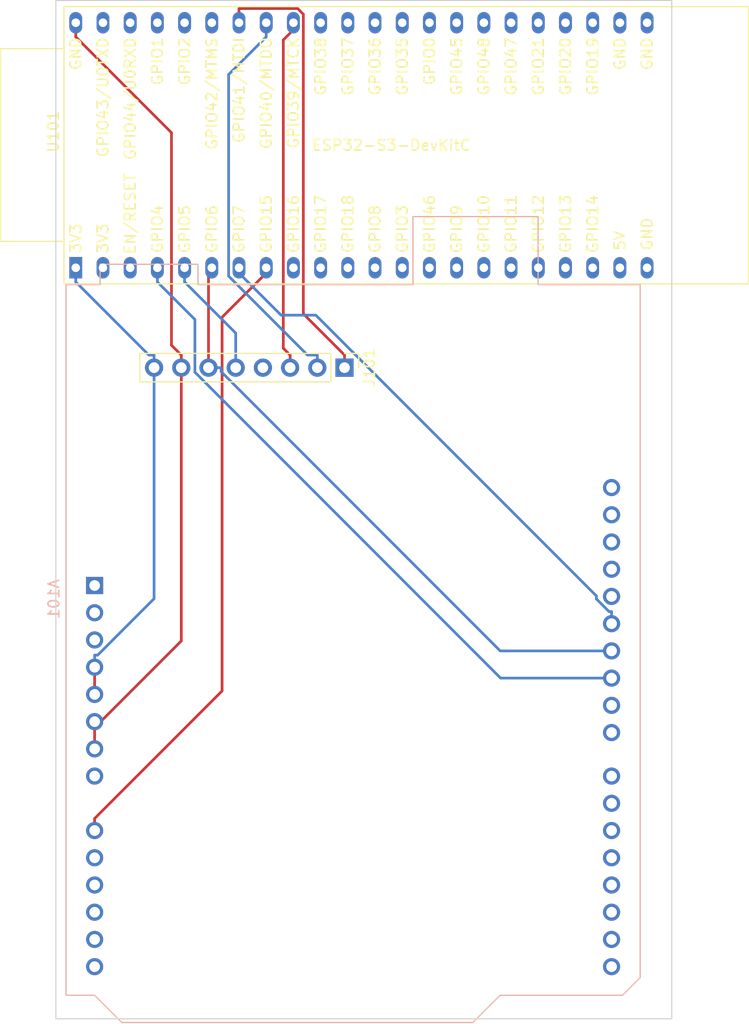
<source format=kicad_pcb>
(kicad_pcb (version 20221018) (generator pcbnew)
  (layers (0 "F.Cu" signal) (31 "B.Cu" signal) (34 "B.Paste" user) (35 "F.Paste" user) (36 "B.SilkS" user "B.Silkscreen") (37 "F.SilkS" user "F.Silkscreen") (38 "B.Mask" user) (39 "F.Mask" user) (44 "Edge.Cuts" user))
  (net 0 "")
  (net 4 "+3V3")
  (net 5 "GND")
  (net 7 "NFC_IRQ")
  (net 23 "NFC_SS_N")
  (net 24 "MOSI")
  (net 25 "MISO")
  (net 26 "SLCK")
  (net 33 "SCLK")
  (net 60 "DISP_SS_N")
  (net 61 "DISP_DC")
  (net 62 "DISP_RST")
  (net 63 "DISP_BUSY_N")
  (net 69 "DISP_CS_N")
  (footprint "Connector_PinHeader_2.54mm:PinHeader_1x08_P2.54mm_Vertical" (layer "F.Cu") (at 124.45 81.75 -90)
    (fp_text reference "J101" (at 0 -2.33 90) (layer "F.SilkS"))
    (fp_text value "Conn_01x08_Pin")
    (fp_line (start -1.33 -1.33) (end 0 -1.33) (stroke (width 0.12)) (layer "F.SilkS"))
    (fp_line (start -1.33 0) (end -1.33 -1.33) (stroke (width 0.12)) (layer "F.SilkS"))
    (fp_line (start -1.33 1.27) (end -1.33 19.11) (stroke (width 0.12)) (layer "F.SilkS"))
    (fp_line (start -1.33 1.27) (end 1.33 1.27) (stroke (width 0.12)) (layer "F.SilkS"))
    (fp_line (start -1.33 19.11) (end 1.33 19.11) (stroke (width 0.12)) (layer "F.SilkS"))
    (fp_line (start 1.33 1.27) (end 1.33 19.11) (stroke (width 0.12)) (layer "F.SilkS"))
    (pad "1" thru_hole rect (at 0 0 270) (size 1.7 1.7) (drill 1) (layers "*.Cu" "*.Mask") (net 63 "DISP_BUSY_N"))
    (pad "2" thru_hole oval (at 0 2.54 270) (size 1.7 1.7) (drill 1) (layers "*.Cu" "*.Mask") (net 62 "DISP_RST"))
    (pad "3" thru_hole oval (at 0 5.08 270) (size 1.7 1.7) (drill 1) (layers "*.Cu" "*.Mask") (net 61 "DISP_DC"))
    (pad "4" thru_hole oval (at 0 7.62 270) (size 1.7 1.7) (drill 1) (layers "*.Cu" "*.Mask") (net 69 "DISP_CS_N"))
    (pad "5" thru_hole oval (at 0 10.16 270) (size 1.7 1.7) (drill 1) (layers "*.Cu" "*.Mask") (net 33 "SCLK"))
    (pad "6" thru_hole oval (at 0 12.7 270) (size 1.7 1.7) (drill 1) (layers "*.Cu" "*.Mask") (net 24 "MOSI"))
    (pad "7" thru_hole oval (at 0 15.24 270) (size 1.7 1.7) (drill 1) (layers "*.Cu" "*.Mask") (net 5 "GND"))
    (pad "8" thru_hole oval (at 0 17.78 270) (size 1.7 1.7) (drill 1) (layers "*.Cu" "*.Mask") (net 4 "+3V3"))
  )
  (footprint "Espressif:ESP32-S3-DevKitC" (layer "F.Cu") (at 99.3579 72.43 90)
    (fp_text reference "U101" (at 12.7 -2.1 90) (layer "F.SilkS"))
    (fp_text value "ESP32-S3-DevKitC" (at 11.42632 29.46128) (layer "F.SilkS"))
    (fp_text user "GPIO13" (at 1.27 45.72 90 unlocked) (layer "F.SilkS") (effects (justify left)))
    (fp_text user "GPIO48" (at 21.59 38.1 90 unlocked) (layer "F.SilkS") (effects (justify right)))
    (fp_text user "GPIO16" (at 1.27 20.32 90 unlocked) (layer "F.SilkS") (effects (justify left)))
    (fp_text user "GPIO2" (at 21.59 10.16 90 unlocked) (layer "F.SilkS") (effects (justify right)))
    (fp_text user "GPIO4" (at 1.27 7.62 90 unlocked) (layer "F.SilkS") (effects (justify left)))
    (fp_text user "3V3" (at 1.27 2.54 90 unlocked) (layer "F.SilkS") (effects (justify left)))
    (fp_text user "EN/RESET" (at 8.88632 5.07728 90 unlocked) (layer "F.SilkS") (effects (justify right)))
    (fp_text user "GPIO12" (at 1.27 43.18 90 unlocked) (layer "F.SilkS") (effects (justify left)))
    (fp_text user "GPIO20" (at 21.59 45.72 90 unlocked) (layer "F.SilkS") (effects (justify right)))
    (fp_text user "GPIO40/MTDO" (at 21.59 17.78 90 unlocked) (layer "F.SilkS") (effects (justify right)))
    (fp_text user "GPIO37" (at 21.59 25.4 90 unlocked) (layer "F.SilkS") (effects (justify right)))
    (fp_text user "GPIO6" (at 1.27 12.7 90 unlocked) (layer "F.SilkS") (effects (justify left)))
    (fp_text user "GPIO46" (at 1.27 33.02 90 unlocked) (layer "F.SilkS") (effects (justify left)))
    (fp_text user "GPIO39/MTCK" (at 21.59 20.32 90 unlocked) (layer "F.SilkS") (effects (justify right)))
    (fp_text user "GPIO18" (at 1.27 25.4 90 unlocked) (layer "F.SilkS") (effects (justify left)))
    (fp_text user "GPIO8" (at 1.27 27.94 90 unlocked) (layer "F.SilkS") (effects (justify left)))
    (fp_text user "GPIO10" (at 1.27 38.1 90 unlocked) (layer "F.SilkS") (effects (justify left)))
    (fp_text user "GND" (at 21.59 0 90 unlocked) (layer "F.SilkS") (effects (justify right)))
    (fp_text user "GPIO17" (at 1.27 22.86 90 unlocked) (layer "F.SilkS") (effects (justify left)))
    (fp_text user "GND" (at 1.52032 53.33728 90 unlocked) (layer "F.SilkS") (effects (justify left)))
    (fp_text user "GPIO35" (at 21.59 30.48 90 unlocked) (layer "F.SilkS") (effects (justify right)))
    (fp_text user "GPIO14" (at 1.27 48.26 90 unlocked) (layer "F.SilkS") (effects (justify left)))
    (fp_text user "GPIO9" (at 1.27 35.56 90 unlocked) (layer "F.SilkS") (effects (justify left)))
    (fp_text user "GPIO5" (at 1.27 10.16 90 unlocked) (layer "F.SilkS") (effects (justify left)))
    (fp_text user "GPIO15" (at 1.27 17.78 90 unlocked) (layer "F.SilkS") (effects (justify left)))
    (fp_text user "GPIO43/U0TXD" (at 21.59 2.54 90 unlocked) (layer "F.SilkS") (effects (justify right)))
    (fp_text user "3V3" (at 1.27 0 90 unlocked) (layer "F.SilkS") (effects (justify left)))
    (fp_text user "GPIO36" (at 21.59 27.94 90 unlocked) (layer "F.SilkS") (effects (justify right)))
    (fp_text user "GPIO7" (at 1.27 15.24 90 unlocked) (layer "F.SilkS") (effects (justify left)))
    (fp_text user "GPIO42/MTMS" (at 21.59 12.7 90 unlocked) (layer "F.SilkS") (effects (justify right)))
    (fp_text user "GND" (at 21.59 50.8 90 unlocked) (layer "F.SilkS") (effects (justify right)))
    (fp_text user "GND" (at 21.59 53.34 90 unlocked) (layer "F.SilkS") (effects (justify right)))
    (fp_text user "GPIO0" (at 21.59 33.02 90 unlocked) (layer "F.SilkS") (effects (justify right)))
    (fp_text user "5V" (at 1.52032 50.79728 90 unlocked) (layer "F.SilkS") (effects (justify left)))
    (fp_text user "GPIO47" (at 21.59 40.64 90 unlocked) (layer "F.SilkS") (effects (justify right)))
    (fp_text user "GPIO21" (at 21.59 43.18 90 unlocked) (layer "F.SilkS") (effects (justify right)))
    (fp_text user "GPIO1" (at 21.59 7.62 90 unlocked) (layer "F.SilkS") (effects (justify right)))
    (fp_text user "GPIO38" (at 21.59 22.86 90 unlocked) (layer "F.SilkS") (effects (justify right)))
    (fp_text user "GPIO44/U0RXD" (at 21.59 5.08 90 unlocked) (layer "F.SilkS") (effects (justify right)))
    (fp_text user "GPIO45" (at 21.59 35.56 90 unlocked) (layer "F.SilkS") (effects (justify right)))
    (fp_text user "GPIO3" (at 1.27 30.48 90 unlocked) (layer "F.SilkS") (effects (justify left)))
    (fp_text user "GPIO19" (at 21.59 48.26 90 unlocked) (layer "F.SilkS") (effects (justify right)))
    (fp_text user "GPIO11" (at 1.27 40.64 90 unlocked) (layer "F.SilkS") (effects (justify left)))
    (fp_text user "GPIO41/MTDI" (at 21.59 15.24 90 unlocked) (layer "F.SilkS") (effects (justify right)))
    (fp_line (start -1.5 62.79728) (end 24.359999 62.79728) (stroke (width 0.12)) (layer "F.SilkS"))
    (fp_line (start -1.499999 -1.1) (end -1.5 62.79728) (stroke (width 0.12)) (layer "F.SilkS"))
    (fp_line (start 2.46012 -7.01312) (end 20.44332 -7.01312) (stroke (width 0.12)) (layer "F.SilkS"))
    (fp_line (start 2.46012 -1.12032) (end 2.46012 -7.01312) (stroke (width 0.12)) (layer "F.SilkS"))
    (fp_line (start 20.44332 -7.01312) (end 20.44332 -1.12032) (stroke (width 0.12)) (layer "F.SilkS"))
    (fp_line (start 24.359999 62.79728) (end 24.36 -1.1) (stroke (width 0.12)) (layer "F.SilkS"))
    (fp_line (start 24.36 -1.1) (end -1.499999 -1.1) (stroke (width 0.12)) (layer "F.SilkS"))
    (pad "1" thru_hole rect (at 0 0) (size 1.2 2) (drill 0.8) (layers "*.Cu" "*.Mask") (net 4 "+3V3"))
    (pad "2" thru_hole oval (at 0 2.54) (size 1.2 2) (drill 0.8) (layers "*.Cu" "*.Mask"))
    (pad "3" thru_hole oval (at 0 5.08) (size 1.2 2) (drill 0.8) (layers "*.Cu" "*.Mask"))
    (pad "4" thru_hole oval (at 0 7.62) (size 1.2 2) (drill 0.8) (layers "*.Cu" "*.Mask") (net 23 "NFC_SS_N"))
    (pad "5" thru_hole oval (at 0 10.16) (size 1.2 2) (drill 0.8) (layers "*.Cu" "*.Mask") (net 33 "SCLK"))
    (pad "6" thru_hole oval (at 0 12.7) (size 1.2 2) (drill 0.8) (layers "*.Cu" "*.Mask") (net 24 "MOSI"))
    (pad "7" thru_hole oval (at 0 15.24) (size 1.2 2) (drill 0.8) (layers "*.Cu" "*.Mask") (net 25 "MISO"))
    (pad "8" thru_hole oval (at 0 17.78) (size 1.2 2) (drill 0.8) (layers "*.Cu" "*.Mask") (net 7 "NFC_IRQ"))
    (pad "9" thru_hole oval (at 0 20.32) (size 1.2 2) (drill 0.8) (layers "*.Cu" "*.Mask"))
    (pad "10" thru_hole oval (at 0 22.86) (size 1.2 2) (drill 0.8) (layers "*.Cu" "*.Mask"))
    (pad "11" thru_hole oval (at 0 25.4) (size 1.2 2) (drill 0.8) (layers "*.Cu" "*.Mask"))
    (pad "12" thru_hole oval (at 0 27.94) (size 1.2 2) (drill 0.8) (layers "*.Cu" "*.Mask"))
    (pad "13" thru_hole oval (at 0 30.48) (size 1.2 2) (drill 0.8) (layers "*.Cu" "*.Mask"))
    (pad "14" thru_hole oval (at 0 33.02) (size 1.2 2) (drill 0.8) (layers "*.Cu" "*.Mask"))
    (pad "15" thru_hole oval (at 0 35.56) (size 1.2 2) (drill 0.8) (layers "*.Cu" "*.Mask"))
    (pad "16" thru_hole oval (at 0 38.1) (size 1.2 2) (drill 0.8) (layers "*.Cu" "*.Mask"))
    (pad "17" thru_hole oval (at 0 40.64) (size 1.2 2) (drill 0.8) (layers "*.Cu" "*.Mask"))
    (pad "18" thru_hole oval (at 0 43.18) (size 1.2 2) (drill 0.8) (layers "*.Cu" "*.Mask"))
    (pad "19" thru_hole oval (at 0 45.72) (size 1.2 2) (drill 0.8) (layers "*.Cu" "*.Mask"))
    (pad "20" thru_hole oval (at -0.00368 48.25728) (size 1.2 2) (drill 0.8) (layers "*.Cu" "*.Mask"))
    (pad "21" thru_hole oval (at -0.00368 50.79728) (size 1.2 2) (drill 0.8) (layers "*.Cu" "*.Mask"))
    (pad "22" thru_hole oval (at -0.00368 53.33728) (size 1.2 2) (drill 0.8) (layers "*.Cu" "*.Mask"))
    (pad "23" thru_hole oval (at 22.86 53.34) (size 1.2 2) (drill 0.8) (layers "*.Cu" "*.Mask"))
    (pad "24" thru_hole oval (at 22.86 50.8) (size 1.2 2) (drill 0.8) (layers "*.Cu" "*.Mask"))
    (pad "25" thru_hole oval (at 22.86 48.26) (size 1.2 2) (drill 0.8) (layers "*.Cu" "*.Mask"))
    (pad "26" thru_hole oval (at 22.86 45.72) (size 1.2 2) (drill 0.8) (layers "*.Cu" "*.Mask"))
    (pad "27" thru_hole oval (at 22.86 43.18) (size 1.2 2) (drill 0.8) (layers "*.Cu" "*.Mask"))
    (pad "28" thru_hole oval (at 22.86 40.64) (size 1.2 2) (drill 0.8) (layers "*.Cu" "*.Mask"))
    (pad "29" thru_hole oval (at 22.86 38.1) (size 1.2 2) (drill 0.8) (layers "*.Cu" "*.Mask"))
    (pad "30" thru_hole oval (at 22.86 35.56) (size 1.2 2) (drill 0.8) (layers "*.Cu" "*.Mask"))
    (pad "31" thru_hole oval (at 22.86 33.02) (size 1.2 2) (drill 0.8) (layers "*.Cu" "*.Mask"))
    (pad "32" thru_hole oval (at 22.86 30.48) (size 1.2 2) (drill 0.8) (layers "*.Cu" "*.Mask"))
    (pad "33" thru_hole oval (at 22.86 27.94) (size 1.2 2) (drill 0.8) (layers "*.Cu" "*.Mask"))
    (pad "34" thru_hole oval (at 22.86 25.4) (size 1.2 2) (drill 0.8) (layers "*.Cu" "*.Mask"))
    (pad "35" thru_hole oval (at 22.86 22.86) (size 1.2 2) (drill 0.8) (layers "*.Cu" "*.Mask") (net 60 "DISP_SS_N"))
    (pad "36" thru_hole oval (at 22.86 20.32) (size 1.2 2) (drill 0.8) (layers "*.Cu" "*.Mask") (net 61 "DISP_DC"))
    (pad "37" thru_hole oval (at 22.86 17.78) (size 1.2 2) (drill 0.8) (layers "*.Cu" "*.Mask") (net 62 "DISP_RST"))
    (pad "38" thru_hole oval (at 22.86 15.24) (size 1.2 2) (drill 0.8) (layers "*.Cu" "*.Mask") (net 63 "DISP_BUSY_N"))
    (pad "39" thru_hole oval (at 22.86 12.7) (size 1.2 2) (drill 0.8) (layers "*.Cu" "*.Mask"))
    (pad "40" thru_hole oval (at 22.86 10.16) (size 1.2 2) (drill 0.8) (layers "*.Cu" "*.Mask"))
    (pad "41" thru_hole oval (at 22.86 7.62) (size 1.2 2) (drill 0.8) (layers "*.Cu" "*.Mask"))
    (pad "42" thru_hole oval (at 22.86 5.08) (size 1.2 2) (drill 0.8) (layers "*.Cu" "*.Mask"))
    (pad "43" thru_hole oval (at 22.86 2.54) (size 1.2 2) (drill 0.8) (layers "*.Cu" "*.Mask"))
    (pad "44" thru_hole oval (at 22.86 0) (size 1.2 2) (drill 0.8) (layers "*.Cu" "*.Mask") (net 5 "GND"))
  )
  (footprint "Module:Arduino_UNO_R3" (layer "B.Cu") (at 101.12 102.075 -90)
    (fp_text reference "A101" (at 1.27 3.81 90) (layer "B.SilkS") (effects (justify mirror)))
    (fp_text value "Arduino_UNO_R3")
    (fp_line (start -34.42 -41.4) (end -28.07 -41.4) (stroke (width 0.12)) (layer "B.SilkS"))
    (fp_line (start -34.42 -29.72) (end -34.42 -41.4) (stroke (width 0.12)) (layer "B.SilkS"))
    (fp_line (start -29.97 -9.65) (end -28.07 -9.65) (stroke (width 0.12)) (layer "B.SilkS"))
    (fp_line (start -29.97 -0.51) (end -29.97 -9.65) (stroke (width 0.12)) (layer "B.SilkS"))
    (fp_line (start -28.07 -50.93) (end 36.58 -50.93) (stroke (width 0.12)) (layer "B.SilkS"))
    (fp_line (start -28.07 -41.4) (end -28.07 -50.93) (stroke (width 0.12)) (layer "B.SilkS"))
    (fp_line (start -28.07 -29.72) (end -34.42 -29.72) (stroke (width 0.12)) (layer "B.SilkS"))
    (fp_line (start -28.07 -9.65) (end -28.07 -29.72) (stroke (width 0.12)) (layer "B.SilkS"))
    (fp_line (start -28.07 -0.51) (end -29.97 -0.51) (stroke (width 0.12)) (layer "B.SilkS"))
    (fp_line (start -28.07 2.67) (end -28.07 -0.51) (stroke (width 0.12)) (layer "B.SilkS"))
    (fp_line (start 36.58 -50.93) (end 38.23 -49.28) (stroke (width 0.12)) (layer "B.SilkS"))
    (fp_line (start 38.23 -49.28) (end 38.23 -37.85) (stroke (width 0.12)) (layer "B.SilkS"))
    (fp_line (start 38.23 -37.85) (end 40.77 -35.31) (stroke (width 0.12)) (layer "B.SilkS"))
    (fp_line (start 38.23 0) (end 38.23 2.67) (stroke (width 0.12)) (layer "B.SilkS"))
    (fp_line (start 38.23 2.67) (end -28.07 2.67) (stroke (width 0.12)) (layer "B.SilkS"))
    (fp_line (start 40.77 -35.31) (end 40.77 -2.54) (stroke (width 0.12)) (layer "B.SilkS"))
    (fp_line (start 40.77 -2.54) (end 38.23 0) (stroke (width 0.12)) (layer "B.SilkS"))
    (pad "1" thru_hole rect (at 0 0 180) (size 1.6 1.6) (drill 1) (layers "*.Cu" "*.Mask"))
    (pad "2" thru_hole oval (at 2.54 0 180) (size 1.6 1.6) (drill 1) (layers "*.Cu" "*.Mask"))
    (pad "3" thru_hole oval (at 5.08 0 180) (size 1.6 1.6) (drill 1) (layers "*.Cu" "*.Mask"))
    (pad "4" thru_hole oval (at 7.62 0 180) (size 1.6 1.6) (drill 1) (layers "*.Cu" "*.Mask") (net 4 "+3V3"))
    (pad "5" thru_hole oval (at 10.16 0 180) (size 1.6 1.6) (drill 1) (layers "*.Cu" "*.Mask") (net 4 "+3V3"))
    (pad "6" thru_hole oval (at 12.7 0 180) (size 1.6 1.6) (drill 1) (layers "*.Cu" "*.Mask") (net 5 "GND"))
    (pad "7" thru_hole oval (at 15.24 0 180) (size 1.6 1.6) (drill 1) (layers "*.Cu" "*.Mask") (net 5 "GND"))
    (pad "8" thru_hole oval (at 17.78 0 180) (size 1.6 1.6) (drill 1) (layers "*.Cu" "*.Mask"))
    (pad "9" thru_hole oval (at 22.86 0 180) (size 1.6 1.6) (drill 1) (layers "*.Cu" "*.Mask") (net 7 "NFC_IRQ"))
    (pad "10" thru_hole oval (at 25.4 0 180) (size 1.6 1.6) (drill 1) (layers "*.Cu" "*.Mask"))
    (pad "11" thru_hole oval (at 27.94 0 180) (size 1.6 1.6) (drill 1) (layers "*.Cu" "*.Mask"))
    (pad "12" thru_hole oval (at 30.48 0 180) (size 1.6 1.6) (drill 1) (layers "*.Cu" "*.Mask"))
    (pad "13" thru_hole oval (at 33.02 0 180) (size 1.6 1.6) (drill 1) (layers "*.Cu" "*.Mask"))
    (pad "14" thru_hole oval (at 35.56 0 180) (size 1.6 1.6) (drill 1) (layers "*.Cu" "*.Mask"))
    (pad "15" thru_hole oval (at 35.56 -48.26 180) (size 1.6 1.6) (drill 1) (layers "*.Cu" "*.Mask"))
    (pad "16" thru_hole oval (at 33.02 -48.26 180) (size 1.6 1.6) (drill 1) (layers "*.Cu" "*.Mask"))
    (pad "17" thru_hole oval (at 30.48 -48.26 180) (size 1.6 1.6) (drill 1) (layers "*.Cu" "*.Mask"))
    (pad "18" thru_hole oval (at 27.94 -48.26 180) (size 1.6 1.6) (drill 1) (layers "*.Cu" "*.Mask"))
    (pad "19" thru_hole oval (at 25.4 -48.26 180) (size 1.6 1.6) (drill 1) (layers "*.Cu" "*.Mask"))
    (pad "20" thru_hole oval (at 22.86 -48.26 180) (size 1.6 1.6) (drill 1) (layers "*.Cu" "*.Mask"))
    (pad "21" thru_hole oval (at 20.32 -48.26 180) (size 1.6 1.6) (drill 1) (layers "*.Cu" "*.Mask"))
    (pad "22" thru_hole oval (at 17.78 -48.26 180) (size 1.6 1.6) (drill 1) (layers "*.Cu" "*.Mask"))
    (pad "23" thru_hole oval (at 13.72 -48.26 180) (size 1.6 1.6) (drill 1) (layers "*.Cu" "*.Mask"))
    (pad "24" thru_hole oval (at 11.18 -48.26 180) (size 1.6 1.6) (drill 1) (layers "*.Cu" "*.Mask"))
    (pad "25" thru_hole oval (at 8.64 -48.26 180) (size 1.6 1.6) (drill 1) (layers "*.Cu" "*.Mask") (net 23 "NFC_SS_N"))
    (pad "26" thru_hole oval (at 6.1 -48.26 180) (size 1.6 1.6) (drill 1) (layers "*.Cu" "*.Mask") (net 24 "MOSI"))
    (pad "27" thru_hole oval (at 3.56 -48.26 180) (size 1.6 1.6) (drill 1) (layers "*.Cu" "*.Mask") (net 25 "MISO"))
    (pad "28" thru_hole oval (at 1.02 -48.26 180) (size 1.6 1.6) (drill 1) (layers "*.Cu" "*.Mask") (net 26 "SLCK"))
    (pad "29" thru_hole oval (at -1.52 -48.26 180) (size 1.6 1.6) (drill 1) (layers "*.Cu" "*.Mask"))
    (pad "30" thru_hole oval (at -4.06 -48.26 180) (size 1.6 1.6) (drill 1) (layers "*.Cu" "*.Mask"))
    (pad "31" thru_hole oval (at -6.6 -48.26 180) (size 1.6 1.6) (drill 1) (layers "*.Cu" "*.Mask"))
    (pad "32" thru_hole oval (at -9.14 -48.26 180) (size 1.6 1.6) (drill 1) (layers "*.Cu" "*.Mask"))
  )
  (gr_rect (start 97.5 47.5) (end 155 142.5) (stroke (width 0.1)) (fill none) (layer "Edge.Cuts"))
  (segment (start 101.12 112.235) (end 101.12 109.695) (width 0.25) (layer "F.Cu") (net 4))
  (segment (start 101.12 109.695) (end 101.12 108.5699) (width 0.25) (layer "B.Cu") (net 4))
  (segment (start 106.1777 80.5749) (end 106.67 80.5749) (width 0.25) (layer "B.Cu") (net 4))
  (segment (start 106.67 81.75) (end 106.67 80.5749) (width 0.25) (layer "B.Cu") (net 4))
  (segment (start 99.3579 72.43) (end 99.3579 73.7551) (width 0.25) (layer "B.Cu") (net 4))
  (segment (start 106.67 103.3012) (end 106.67 81.75) (width 0.25) (layer "B.Cu") (net 4))
  (segment (start 101.4013 108.5699) (end 106.67 103.3012) (width 0.25) (layer "B.Cu") (net 4))
  (segment (start 101.12 108.5699) (end 101.4013 108.5699) (width 0.25) (layer "B.Cu") (net 4))
  (segment (start 99.3579 73.7551) (end 106.1777 80.5749) (width 0.25) (layer "B.Cu") (net 4))
  (segment (start 108.293 59.8302) (end 108.293 79.6579) (width 0.25) (layer "F.Cu") (net 5))
  (segment (start 108.293 79.6579) (end 109.21 80.5749) (width 0.25) (layer "F.Cu") (net 5))
  (segment (start 101.12 117.315) (end 101.12 115.339) (width 0.25) (layer "F.Cu") (net 5))
  (segment (start 99.3579 50.8951) (end 108.293 59.8302) (width 0.25) (layer "F.Cu") (net 5))
  (segment (start 109.21 81.75) (end 109.21 107.249) (width 0.25) (layer "F.Cu") (net 5))
  (segment (start 109.21 107.249) (end 101.12 115.339) (width 0.25) (layer "F.Cu") (net 5))
  (segment (start 109.21 81.75) (end 109.21 80.5749) (width 0.25) (layer "F.Cu") (net 5))
  (segment (start 99.3579 49.57) (end 99.3579 50.8951) (width 0.25) (layer "F.Cu") (net 5))
  (segment (start 101.12 115.339) (end 101.12 114.775) (width 0.25) (layer "F.Cu") (net 5))
  (segment (start 117.138 72.9268) (end 117.138 73.0925) (width 0.25) (layer "F.Cu") (net 7))
  (segment (start 101.12 124.935) (end 101.12 123.8099) (width 0.25) (layer "F.Cu") (net 7))
  (segment (start 117.138 72.6784) (end 117.138 72.9268) (width 0.25) (layer "F.Cu") (net 7))
  (segment (start 113.02 111.9099) (end 101.12 123.8099) (width 0.25) (layer "F.Cu") (net 7))
  (segment (start 113.02 77.0448) (end 113.02 111.9099) (width 0.25) (layer "F.Cu") (net 7))
  (segment (start 117.138 72.43) (end 117.138 72.6784) (width 0.25) (layer "F.Cu") (net 7))
  (segment (start 117.138 72.6784) (end 117.1379 72.6783) (width 0.25) (layer "F.Cu") (net 7))
  (segment (start 117.1379 72.6783) (end 117.1379 72.43) (width 0.25) (layer "F.Cu") (net 7))
  (segment (start 117.138 72.9268) (end 113.02 77.0448) (width 0.25) (layer "F.Cu") (net 7))
  (segment (start 110.48 82.1735) (end 139.0215 110.715) (width 0.25) (layer "B.Cu") (net 23))
  (segment (start 106.9779 72.43) (end 106.9779 73.7551) (width 0.25) (layer "B.Cu") (net 23))
  (segment (start 106.9779 73.7551) (end 110.48 77.2572) (width 0.25) (layer "B.Cu") (net 23))
  (segment (start 110.48 77.2572) (end 110.48 82.1735) (width 0.25) (layer "B.Cu") (net 23))
  (segment (start 139.0215 110.715) (end 149.38 110.715) (width 0.25) (layer "B.Cu") (net 23))
  (segment (start 112.058 72.9268) (end 111.75 73.2348) (width 0.25) (layer "F.Cu") (net 24))
  (segment (start 112.058 72.6784) (end 112.0579 72.6783) (width 0.25) (layer "F.Cu") (net 24))
  (segment (start 112.058 72.43) (end 112.058 72.6784) (width 0.25) (layer "F.Cu") (net 24))
  (segment (start 111.75 73.2348) (end 111.75 81.75) (width 0.25) (layer "F.Cu") (net 24))
  (segment (start 112.0579 72.6783) (end 112.0579 72.43) (width 0.25) (layer "F.Cu") (net 24))
  (segment (start 112.058 72.9268) (end 112.058 73.0925) (width 0.25) (layer "F.Cu") (net 24))
  (segment (start 112.058 72.6784) (end 112.058 72.9268) (width 0.25) (layer "F.Cu") (net 24))
  (segment (start 138.9829 108.175) (end 112.9251 82.1172) (width 0.25) (layer "B.Cu") (net 24))
  (segment (start 112.9251 82.1172) (end 112.9251 81.75) (width 0.25) (layer "B.Cu") (net 24))
  (segment (start 149.38 108.175) (end 138.9829 108.175) (width 0.25) (layer "B.Cu") (net 24))
  (segment (start 111.75 81.75) (end 112.9251 81.75) (width 0.25) (layer "B.Cu") (net 24))
  (segment (start 147.9652 103.3283) (end 149.1468 104.5099) (width 0.25) (layer "B.Cu") (net 25))
  (segment (start 147.9652 103.0495) (end 147.9652 103.3283) (width 0.25) (layer "B.Cu") (net 25))
  (segment (start 149.1468 104.5099) (end 149.38 104.5099) (width 0.25) (layer "B.Cu") (net 25))
  (segment (start 121.7703 76.8546) (end 147.9652 103.0495) (width 0.25) (layer "B.Cu") (net 25))
  (segment (start 114.598 72.7612) (end 114.5979 72.7611) (width 0.25) (layer "B.Cu") (net 25))
  (segment (start 114.598 72.9268) (end 118.5258 76.8546) (width 0.25) (layer "B.Cu") (net 25))
  (segment (start 149.38 105.635) (end 149.38 104.5099) (width 0.25) (layer "B.Cu") (net 25))
  (segment (start 114.598 72.43) (end 114.598 72.7612) (width 0.25) (layer "B.Cu") (net 25))
  (segment (start 118.5258 76.8546) (end 121.7703 76.8546) (width 0.25) (layer "B.Cu") (net 25))
  (segment (start 114.598 72.7612) (end 114.598 72.9268) (width 0.25) (layer "B.Cu") (net 25))
  (segment (start 114.5979 72.7611) (end 114.5979 72.43) (width 0.25) (layer "B.Cu") (net 25))
  (segment (start 114.598 72.9268) (end 114.598 73.0925) (width 0.25) (layer "B.Cu") (net 25))
  (segment (start 109.5179 72.7611) (end 109.5179 72.43) (width 0.25) (layer "F.Cu") (net 33))
  (segment (start 109.518 72.43) (end 109.518 72.7612) (width 0.25) (layer "F.Cu") (net 33))
  (segment (start 109.518 72.7612) (end 109.518 73.0925) (width 0.25) (layer "F.Cu") (net 33))
  (segment (start 109.518 72.7612) (end 109.5179 72.7611) (width 0.25) (layer "F.Cu") (net 33))
  (segment (start 109.5179 72.43) (end 109.5179 73.7551) (width 0.25) (layer "B.Cu") (net 33))
  (segment (start 114.29 78.5272) (end 114.29 81.75) (width 0.25) (layer "B.Cu") (net 33))
  (segment (start 109.5179 73.7551) (end 114.29 78.5272) (width 0.25) (layer "B.Cu") (net 33))
  (segment (start 119.678 50.2325) (end 118.734 51.1765) (width 0.25) (layer "F.Cu") (net 61))
  (segment (start 118.734 51.1765) (end 118.734 79.9389) (width 0.25) (layer "F.Cu") (net 61))
  (segment (start 118.734 79.9389) (end 119.37 80.5749) (width 0.25) (layer "F.Cu") (net 61))
  (segment (start 119.37 81.75) (end 119.37 80.5749) (width 0.25) (layer "F.Cu") (net 61))
  (segment (start 119.6779 49.9011) (end 119.6779 49.57) (width 0.25) (layer "F.Cu") (net 61))
  (segment (start 119.678 49.9012) (end 119.6779 49.9011) (width 0.25) (layer "F.Cu") (net 61))
  (segment (start 119.678 49.9012) (end 119.678 50.2325) (width 0.25) (layer "F.Cu") (net 61))
  (segment (start 119.678 49.57) (end 119.678 49.9012) (width 0.25) (layer "F.Cu") (net 61))
  (segment (start 117.138 49.9012) (end 117.1379 49.9011) (width 0.25) (layer "F.Cu") (net 62))
  (segment (start 117.1379 49.9011) (end 117.1379 49.57) (width 0.25) (layer "F.Cu") (net 62))
  (segment (start 117.138 49.57) (end 117.138 49.9012) (width 0.25) (layer "F.Cu") (net 62))
  (segment (start 117.138 49.9012) (end 117.138 50.2325) (width 0.25) (layer "F.Cu") (net 62))
  (segment (start 113.629 54.404) (end 113.629 73.211) (width 0.25) (layer "B.Cu") (net 62))
  (segment (start 117.1379 50.8951) (end 113.629 54.404) (width 0.25) (layer "B.Cu") (net 62))
  (segment (start 117.1379 49.57) (end 117.1379 50.8951) (width 0.25) (layer "B.Cu") (net 62))
  (segment (start 120.9929 80.5749) (end 121.91 80.5749) (width 0.25) (layer "B.Cu") (net 62))
  (segment (start 121.91 81.75) (end 121.91 80.5749) (width 0.25) (layer "B.Cu") (net 62))
  (segment (start 113.629 73.211) (end 120.9929 80.5749) (width 0.25) (layer "B.Cu") (net 62))
  (segment (start 114.5979 49.57) (end 114.5979 48.2449) (width 0.25) (layer "F.Cu") (net 63))
  (segment (start 120.0712 48.2449) (end 120.6031 48.7768) (width 0.25) (layer "F.Cu") (net 63))
  (segment (start 120.6031 76.728) (end 124.45 80.5749) (width 0.25) (layer "F.Cu") (net 63))
  (segment (start 124.45 81.75) (end 124.45 80.5749) (width 0.25) (layer "F.Cu") (net 63))
  (segment (start 114.5979 48.2449) (end 120.0712 48.2449) (width 0.25) (layer "F.Cu") (net 63))
  (segment (start 120.6031 48.7768) (end 120.6031 76.728) (width 0.25) (layer "F.Cu") (net 63))
  (segment (start 114.598 49.9012) (end 114.5979 49.9011) (width 0.25) (layer "B.Cu") (net 63))
  (segment (start 114.5979 49.9011) (end 114.5979 49.57) (width 0.25) (layer "B.Cu") (net 63))
  (segment (start 114.598 49.9012) (end 114.598 50.2325) (width 0.25) (layer "B.Cu") (net 63))
  (segment (start 114.598 49.57) (end 114.598 49.9012) (width 0.25) (layer "B.Cu") (net 63))
)
</source>
